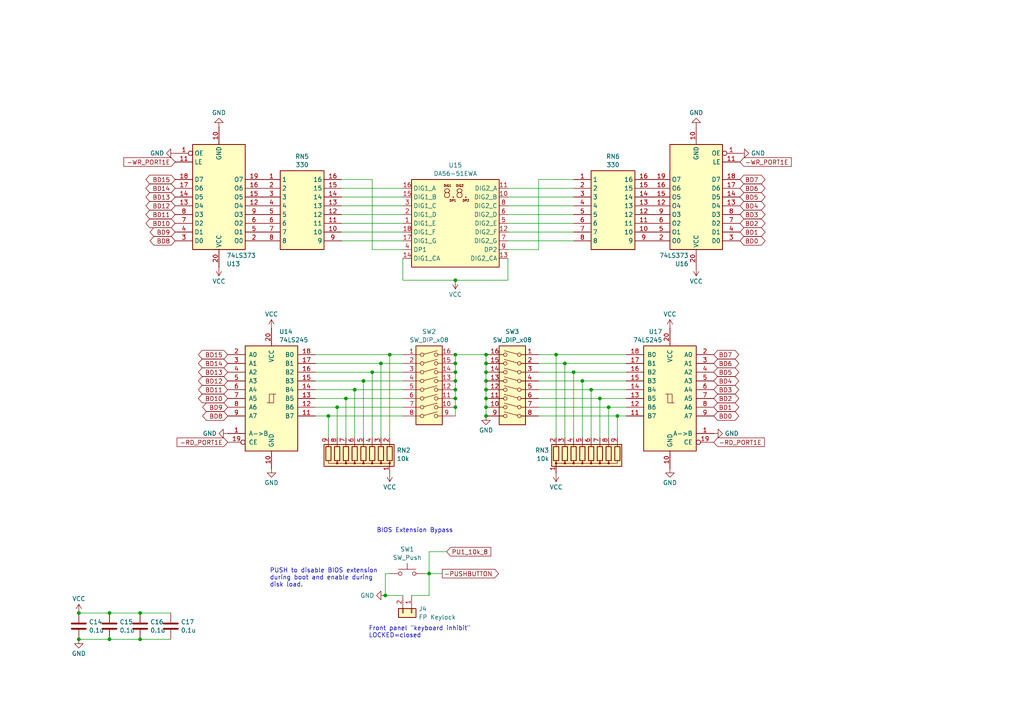
<source format=kicad_sch>
(kicad_sch (version 20231120) (generator "eeschema") (generator_version "8.0")
  (paper "A4")
  (title_block (title "386SX Embedded Expansion Card") (date "2024-07-26") (rev "1.0-001") (company "Circuit Cellar/Computer Applications Journal") (comment 1 "Redraw by Richard Cini 07/2024") (comment 2 "Original by Ed Nisley"))
  (lib_symbols
    (symbol "4116R-1-331LF:4116R-1-331LF"
      (property "Reference" "RN" (at 19.05 7.62 0))
      (property "Value" "4116R-1-331LF" (at 19.05 5.08 0))
      (symbol "4116R-1-331LF_1_1"
        (rectangle (start 5.08 2.54) (end 17.78 -20.32) (stroke (width 0.254)) (fill (type background)))
        (pin passive line (at 0 0 0) (length 5.08) (name "1") (number "1"))
        (pin passive line (at 22.86 -15.24 180) (length 5.08) (name "10") (number "10"))
        (pin passive line (at 22.86 -12.7 180) (length 5.08) (name "11") (number "11"))
        (pin passive line (at 22.86 -10.16 180) (length 5.08) (name "12") (number "12"))
        (pin passive line (at 22.86 -7.62 180) (length 5.08) (name "13") (number "13"))
        (pin passive line (at 22.86 -5.08 180) (length 5.08) (name "14") (number "14"))
        (pin passive line (at 22.86 -2.54 180) (length 5.08) (name "15") (number "15"))
        (pin passive line (at 22.86 0 180) (length 5.08) (name "16") (number "16"))
        (pin passive line (at 0 -2.54 0) (length 5.08) (name "2") (number "2"))
        (pin passive line (at 0 -5.08 0) (length 5.08) (name "3") (number "3"))
        (pin passive line (at 0 -7.62 0) (length 5.08) (name "4") (number "4"))
        (pin passive line (at 0 -10.16 0) (length 5.08) (name "5") (number "5"))
        (pin passive line (at 0 -12.7 0) (length 5.08) (name "6") (number "6"))
        (pin passive line (at 0 -15.24 0) (length 5.08) (name "7") (number "7"))
        (pin passive line (at 0 -17.78 0) (length 5.08) (name "8") (number "8"))
        (pin passive line (at 22.86 -17.78 180) (length 5.08) (name "9") (number "9"))
      )
    )
    (symbol "74xx:74LS245" (pin_names (offset 1.016))
      (property "Reference" "U" (at -7.62 16.51 0))
      (property "Value" "74LS245" (at -7.62 -16.51 0))
      (symbol "74LS245_1_0"
        (polyline (pts (xy -0.635 -1.27) (xy -0.635 1.27) (xy 0.635 1.27)))
        (polyline (pts (xy -1.27 -1.27) (xy 0.635 -1.27) (xy 0.635 1.27) (xy 1.27 1.27)))
        (pin input line (at -12.7 -10.16 0) (length 5.08) (name "A->B") (number "1"))
        (pin power_in line (at 0 -20.32 90) (length 5.08) (name "GND") (number "10"))
        (pin tri_state line (at 12.7 -5.08 180) (length 5.08) (name "B7") (number "11"))
        (pin tri_state line (at 12.7 -2.54 180) (length 5.08) (name "B6") (number "12"))
        (pin tri_state line (at 12.7 0 180) (length 5.08) (name "B5") (number "13"))
        (pin tri_state line (at 12.7 2.54 180) (length 5.08) (name "B4") (number "14"))
        (pin tri_state line (at 12.7 5.08 180) (length 5.08) (name "B3") (number "15"))
        (pin tri_state line (at 12.7 7.62 180) (length 5.08) (name "B2") (number "16"))
        (pin tri_state line (at 12.7 10.16 180) (length 5.08) (name "B1") (number "17"))
        (pin tri_state line (at 12.7 12.7 180) (length 5.08) (name "B0") (number "18"))
        (pin input inverted (at -12.7 -12.7 0) (length 5.08) (name "CE") (number "19"))
        (pin tri_state line (at -12.7 12.7 0) (length 5.08) (name "A0") (number "2"))
        (pin power_in line (at 0 20.32 270) (length 5.08) (name "VCC") (number "20"))
        (pin tri_state line (at -12.7 10.16 0) (length 5.08) (name "A1") (number "3"))
        (pin tri_state line (at -12.7 7.62 0) (length 5.08) (name "A2") (number "4"))
        (pin tri_state line (at -12.7 5.08 0) (length 5.08) (name "A3") (number "5"))
        (pin tri_state line (at -12.7 2.54 0) (length 5.08) (name "A4") (number "6"))
        (pin tri_state line (at -12.7 0 0) (length 5.08) (name "A5") (number "7"))
        (pin tri_state line (at -12.7 -2.54 0) (length 5.08) (name "A6") (number "8"))
        (pin tri_state line (at -12.7 -5.08 0) (length 5.08) (name "A7") (number "9"))
      )
      (symbol "74LS245_1_1"
        (rectangle (start -7.62 15.24) (end 7.62 -15.24) (stroke (width 0.254)) (fill (type background)))
      )
    )
    (symbol "74xx:74LS373"
      (property "Reference" "U" (at -7.62 16.51 0))
      (property "Value" "74LS373" (at -7.62 -16.51 0))
      (symbol "74LS373_1_0"
        (pin input inverted (at -12.7 -12.7 0) (length 5.08) (name "OE") (number "1"))
        (pin power_in line (at 0 -20.32 90) (length 5.08) (name "GND") (number "10"))
        (pin input line (at -12.7 -10.16 0) (length 5.08) (name "LE") (number "11"))
        (pin tri_state line (at 12.7 2.54 180) (length 5.08) (name "O4") (number "12"))
        (pin input line (at -12.7 2.54 0) (length 5.08) (name "D4") (number "13"))
        (pin input line (at -12.7 0 0) (length 5.08) (name "D5") (number "14"))
        (pin tri_state line (at 12.7 0 180) (length 5.08) (name "O5") (number "15"))
        (pin tri_state line (at 12.7 -2.54 180) (length 5.08) (name "O6") (number "16"))
        (pin input line (at -12.7 -2.54 0) (length 5.08) (name "D6") (number "17"))
        (pin input line (at -12.7 -5.08 0) (length 5.08) (name "D7") (number "18"))
        (pin tri_state line (at 12.7 -5.08 180) (length 5.08) (name "O7") (number "19"))
        (pin tri_state line (at 12.7 12.7 180) (length 5.08) (name "O0") (number "2"))
        (pin power_in line (at 0 20.32 270) (length 5.08) (name "VCC") (number "20"))
        (pin input line (at -12.7 12.7 0) (length 5.08) (name "D0") (number "3"))
        (pin input line (at -12.7 10.16 0) (length 5.08) (name "D1") (number "4"))
        (pin tri_state line (at 12.7 10.16 180) (length 5.08) (name "O1") (number "5"))
        (pin tri_state line (at 12.7 7.62 180) (length 5.08) (name "O2") (number "6"))
        (pin input line (at -12.7 7.62 0) (length 5.08) (name "D2") (number "7"))
        (pin input line (at -12.7 5.08 0) (length 5.08) (name "D3") (number "8"))
        (pin tri_state line (at 12.7 5.08 180) (length 5.08) (name "O3") (number "9"))
      )
      (symbol "74LS373_1_1"
        (rectangle (start -7.62 15.24) (end 7.62 -15.24) (stroke (width 0.254)) (fill (type background)))
      )
    )
    (symbol "Connector_Generic:Conn_01x02" (pin_names (offset 1.016) hide)
      (property "Reference" "J" (at 0 2.54 0))
      (property "Value" "Conn_01x02" (at 0 -5.08 0))
      (symbol "Conn_01x02_1_1"
        (rectangle (start -1.27 -2.413) (end 0 -2.667) (stroke (width 0.1524)))
        (rectangle (start -1.27 0.127) (end 0 -0.127) (stroke (width 0.1524)))
        (rectangle (start -1.27 1.27) (end 1.27 -3.81) (stroke (width 0.254)) (fill (type background)))
        (pin passive line (at -5.08 0 0) (length 3.81) (name "Pin_1") (number "1"))
        (pin passive line (at -5.08 -2.54 0) (length 3.81) (name "Pin_2") (number "2"))
      )
    )
    (symbol "Device:C" (pin_numbers hide) (pin_names (offset 0.254))
      (property "Reference" "C" (at 0.635 2.54 0))
      (property "Value" "C" (at 0.635 -2.54 0))
      (symbol "C_0_1"
        (polyline (pts (xy -2.032 -0.762) (xy 2.032 -0.762)) (stroke (width 0.508)))
        (polyline (pts (xy -2.032 0.762) (xy 2.032 0.762)) (stroke (width 0.508)))
      )
      (symbol "C_1_1"
        (pin passive line (at 0 3.81 270) (length 2.794) (name "~") (number "1"))
        (pin passive line (at 0 -3.81 90) (length 2.794) (name "~") (number "2"))
      )
    )
    (symbol "Device:R_Network08" (pin_names (offset 0) hide)
      (property "Reference" "RN" (at -12.7 0 90))
      (property "Value" "R_Network08" (at 10.16 0 90))
      (symbol "R_Network08_0_1"
        (rectangle (start -11.43 -3.175) (end 8.89 3.175) (stroke (width 0.254)) (fill (type background)))
        (rectangle (start -10.922 1.524) (end -9.398 -2.54) (stroke (width 0.254)))
        (circle (center -10.16 2.286) (radius 0.254) (fill (type outline)))
        (rectangle (start -8.382 1.524) (end -6.858 -2.54) (stroke (width 0.254)))
        (circle (center -7.62 2.286) (radius 0.254) (fill (type outline)))
        (rectangle (start -5.842 1.524) (end -4.318 -2.54) (stroke (width 0.254)))
        (circle (center -5.08 2.286) (radius 0.254) (fill (type outline)))
        (rectangle (start -3.302 1.524) (end -1.778 -2.54) (stroke (width 0.254)))
        (circle (center -2.54 2.286) (radius 0.254) (fill (type outline)))
        (rectangle (start -0.762 1.524) (end 0.762 -2.54) (stroke (width 0.254)))
        (polyline (pts (xy -10.16 -2.54) (xy -10.16 -3.81)))
        (polyline (pts (xy -7.62 -2.54) (xy -7.62 -3.81)))
        (polyline (pts (xy -5.08 -2.54) (xy -5.08 -3.81)))
        (polyline (pts (xy -2.54 -2.54) (xy -2.54 -3.81)))
        (polyline (pts (xy 0 -2.54) (xy 0 -3.81)))
        (polyline (pts (xy 2.54 -2.54) (xy 2.54 -3.81)))
        (polyline (pts (xy 5.08 -2.54) (xy 5.08 -3.81)))
        (polyline (pts (xy 7.62 -2.54) (xy 7.62 -3.81)))
        (polyline (pts (xy -10.16 1.524) (xy -10.16 2.286) (xy -7.62 2.286) (xy -7.62 1.524)))
        (polyline (pts (xy -7.62 1.524) (xy -7.62 2.286) (xy -5.08 2.286) (xy -5.08 1.524)))
        (polyline (pts (xy -5.08 1.524) (xy -5.08 2.286) (xy -2.54 2.286) (xy -2.54 1.524)))
        (polyline (pts (xy -2.54 1.524) (xy -2.54 2.286) (xy 0 2.286) (xy 0 1.524)))
        (polyline (pts (xy 0 1.524) (xy 0 2.286) (xy 2.54 2.286) (xy 2.54 1.524)))
        (polyline (pts (xy 2.54 1.524) (xy 2.54 2.286) (xy 5.08 2.286) (xy 5.08 1.524)))
        (polyline (pts (xy 5.08 1.524) (xy 5.08 2.286) (xy 7.62 2.286) (xy 7.62 1.524)))
        (circle (center 0 2.286) (radius 0.254) (fill (type outline)))
        (rectangle (start 1.778 1.524) (end 3.302 -2.54) (stroke (width 0.254)))
        (circle (center 2.54 2.286) (radius 0.254) (fill (type outline)))
        (rectangle (start 4.318 1.524) (end 5.842 -2.54) (stroke (width 0.254)))
        (circle (center 5.08 2.286) (radius 0.254) (fill (type outline)))
        (rectangle (start 6.858 1.524) (end 8.382 -2.54) (stroke (width 0.254)))
      )
      (symbol "R_Network08_1_1"
        (pin passive line (at -10.16 5.08 270) (length 2.54) (name "common") (number "1"))
        (pin passive line (at -10.16 -5.08 90) (length 1.27) (name "R1") (number "2"))
        (pin passive line (at -7.62 -5.08 90) (length 1.27) (name "R2") (number "3"))
        (pin passive line (at -5.08 -5.08 90) (length 1.27) (name "R3") (number "4"))
        (pin passive line (at -2.54 -5.08 90) (length 1.27) (name "R4") (number "5"))
        (pin passive line (at 0 -5.08 90) (length 1.27) (name "R5") (number "6"))
        (pin passive line (at 2.54 -5.08 90) (length 1.27) (name "R6") (number "7"))
        (pin passive line (at 5.08 -5.08 90) (length 1.27) (name "R7") (number "8"))
        (pin passive line (at 7.62 -5.08 90) (length 1.27) (name "R8") (number "9"))
      )
    )
    (symbol "Display_Character:DA56-11EWA"
      (property "Reference" "U" (at -11.43 13.97 0))
      (property "Value" "DA56-11EWA" (at 12.7 13.97 0))
      (symbol "DA56-11EWA_0_0"
        (text "8.8." (at 0 8.636 0) (effects (font (size 2.54 2.54))))
        (text "DIG1" (at -2.286 10.922 0) (effects (font (size 0.635 0.635))))
        (text "DIG2" (at 1.27 10.922 0) (effects (font (size 0.635 0.635))))
        (text "DP1" (at -0.762 6.604 0) (effects (font (size 0.635 0.635))))
        (text "DP2" (at 3.048 6.604 0) (effects (font (size 0.635 0.635))))
      )
      (symbol "DA56-11EWA_0_1"
        (rectangle (start -12.7 12.7) (end 12.7 -12.7) (stroke (width 0.254)) (fill (type background)))
      )
      (symbol "DA56-11EWA_1_1"
        (pin input line (at -15.24 0 0) (length 2.54) (name "DIG1_E") (number "1"))
        (pin input line (at 15.24 7.62 180) (length 2.54) (name "DIG2_B") (number "10"))
        (pin input line (at 15.24 10.16 180) (length 2.54) (name "DIG2_A") (number "11"))
        (pin input line (at 15.24 -2.54 180) (length 2.54) (name "DIG2_F") (number "12"))
        (pin input line (at 15.24 -10.16 180) (length 2.54) (name "DIG2_CA") (number "13"))
        (pin input line (at -15.24 -10.16 0) (length 2.54) (name "DIG1_CA") (number "14"))
        (pin input line (at -15.24 7.62 0) (length 2.54) (name "DIG1_B") (number "15"))
        (pin input line (at -15.24 10.16 0) (length 2.54) (name "DIG1_A") (number "16"))
        (pin input line (at -15.24 -5.08 0) (length 2.54) (name "DIG1_G") (number "17"))
        (pin input line (at -15.24 -2.54 0) (length 2.54) (name "DIG1_F") (number "18"))
        (pin input line (at -15.24 2.54 0) (length 2.54) (name "DIG1_D") (number "2"))
        (pin input line (at -15.24 5.08 0) (length 2.54) (name "DIG1_C") (number "3"))
        (pin input line (at -15.24 -7.62 0) (length 2.54) (name "DP1") (number "4"))
        (pin input line (at 15.24 0 180) (length 2.54) (name "DIG2_E") (number "5"))
        (pin input line (at 15.24 2.54 180) (length 2.54) (name "DIG2_D") (number "6"))
        (pin input line (at 15.24 -5.08 180) (length 2.54) (name "DIG2_G") (number "7"))
        (pin input line (at 15.24 5.08 180) (length 2.54) (name "DIG2_C") (number "8"))
        (pin input line (at 15.24 -7.62 180) (length 2.54) (name "DP2") (number "9"))
      )
    )
    (symbol "Switch:SW_DIP_x08" (pin_names (offset 0) hide)
      (property "Reference" "SW" (at 0 13.97 0))
      (property "Value" "SW_DIP_x08" (at 0 -11.43 0))
      (symbol "SW_DIP_x08_0_0"
        (circle (center -2.032 -7.62) (radius 0.508))
        (circle (center -2.032 -5.08) (radius 0.508))
        (circle (center -2.032 -2.54) (radius 0.508))
        (circle (center -2.032 0) (radius 0.508))
        (circle (center -2.032 2.54) (radius 0.508))
        (circle (center -2.032 5.08) (radius 0.508))
        (circle (center -2.032 7.62) (radius 0.508))
        (circle (center -2.032 10.16) (radius 0.508))
        (polyline (pts (xy -1.524 -7.4676) (xy 2.3622 -6.4262)))
        (polyline (pts (xy -1.524 -4.9276) (xy 2.3622 -3.8862)))
        (polyline (pts (xy -1.524 -2.3876) (xy 2.3622 -1.3462)))
        (polyline (pts (xy -1.524 0.127) (xy 2.3622 1.1684)))
        (polyline (pts (xy -1.524 2.667) (xy 2.3622 3.7084)))
        (polyline (pts (xy -1.524 5.207) (xy 2.3622 6.2484)))
        (polyline (pts (xy -1.524 7.747) (xy 2.3622 8.7884)))
        (polyline (pts (xy -1.524 10.287) (xy 2.3622 11.3284)))
        (circle (center 2.032 -7.62) (radius 0.508))
        (circle (center 2.032 -5.08) (radius 0.508))
        (circle (center 2.032 -2.54) (radius 0.508))
        (circle (center 2.032 0) (radius 0.508))
        (circle (center 2.032 2.54) (radius 0.508))
        (circle (center 2.032 5.08) (radius 0.508))
        (circle (center 2.032 7.62) (radius 0.508))
        (circle (center 2.032 10.16) (radius 0.508))
      )
      (symbol "SW_DIP_x08_0_1"
        (rectangle (start -3.81 12.7) (end 3.81 -10.16) (stroke (width 0.254)) (fill (type background)))
      )
      (symbol "SW_DIP_x08_1_1"
        (pin passive line (at -7.62 10.16 0) (length 5.08) (name "~") (number "1"))
        (pin passive line (at 7.62 -5.08 180) (length 5.08) (name "~") (number "10"))
        (pin passive line (at 7.62 -2.54 180) (length 5.08) (name "~") (number "11"))
        (pin passive line (at 7.62 0 180) (length 5.08) (name "~") (number "12"))
        (pin passive line (at 7.62 2.54 180) (length 5.08) (name "~") (number "13"))
        (pin passive line (at 7.62 5.08 180) (length 5.08) (name "~") (number "14"))
        (pin passive line (at 7.62 7.62 180) (length 5.08) (name "~") (number "15"))
        (pin passive line (at 7.62 10.16 180) (length 5.08) (name "~") (number "16"))
        (pin passive line (at -7.62 7.62 0) (length 5.08) (name "~") (number "2"))
        (pin passive line (at -7.62 5.08 0) (length 5.08) (name "~") (number "3"))
        (pin passive line (at -7.62 2.54 0) (length 5.08) (name "~") (number "4"))
        (pin passive line (at -7.62 0 0) (length 5.08) (name "~") (number "5"))
        (pin passive line (at -7.62 -2.54 0) (length 5.08) (name "~") (number "6"))
        (pin passive line (at -7.62 -5.08 0) (length 5.08) (name "~") (number "7"))
        (pin passive line (at -7.62 -7.62 0) (length 5.08) (name "~") (number "8"))
        (pin passive line (at 7.62 -7.62 180) (length 5.08) (name "~") (number "9"))
      )
    )
    (symbol "Switch:SW_Push" (pin_numbers hide) (pin_names (offset 1.016) hide)
      (property "Reference" "SW" (at 1.27 2.54 0))
      (property "Value" "SW_Push" (at 0 -1.524 0))
      (symbol "SW_Push_0_1"
        (circle (center -2.032 0) (radius 0.508))
        (polyline (pts (xy 0 1.27) (xy 0 3.048)))
        (polyline (pts (xy 2.54 1.27) (xy -2.54 1.27)))
        (circle (center 2.032 0) (radius 0.508))
        (pin passive line (at -5.08 0 0) (length 2.54) (name "1") (number "1"))
        (pin passive line (at 5.08 0 180) (length 2.54) (name "2") (number "2"))
      )
    )
    (symbol "power:GND" (power) (pin_numbers hide) (pin_names (offset 0) hide)
      (property "Value" "GND" (at 0 -3.81 0))
      (symbol "GND_0_1"
        (polyline (pts (xy 0 0) (xy 0 -1.27) (xy 1.27 -1.27) (xy 0 -2.54) (xy -1.27 -1.27) (xy 0 -1.27)))
      )
      (symbol "GND_1_1"
        (pin power_in line (at 0 0 270) (length 0) (name "~") (number "1"))
      )
    )
    (symbol "power:VCC" (power) (pin_numbers hide) (pin_names (offset 0) hide)
      (property "Value" "VCC" (at 0 3.556 0))
      (symbol "VCC_0_1"
        (polyline (pts (xy -0.762 1.27) (xy 0 2.54)))
        (polyline (pts (xy 0 0) (xy 0 2.54)))
        (polyline (pts (xy 0 2.54) (xy 0.762 1.27)))
      )
      (symbol "VCC_1_1"
        (pin power_in line (at 0 0 90) (length 0) (name "~") (number "1"))
      )
    )
  )
  (junction (at 140.97 105.41))
  (junction (at 132.08 110.49))
  (junction (at 132.08 81.28))
  (junction (at 113.03 102.87))
  (junction (at 168.91 110.49))
  (junction (at 163.83 105.41))
  (junction (at 40.64 185.42))
  (junction (at 110.49 105.41))
  (junction (at 173.99 115.57))
  (junction (at 140.97 118.11))
  (junction (at 171.45 113.03))
  (junction (at 22.86 177.8))
  (junction (at 132.08 113.03))
  (junction (at 105.41 110.49))
  (junction (at 97.79 118.11))
  (junction (at 179.07 120.65))
  (junction (at 161.29 102.87))
  (junction (at 140.97 107.95))
  (junction (at 132.08 102.87))
  (junction (at 132.08 118.11))
  (junction (at 22.86 185.42))
  (junction (at 166.37 107.95))
  (junction (at 111.76 172.72))
  (junction (at 107.95 107.95))
  (junction (at 31.75 185.42))
  (junction (at 31.75 177.8))
  (junction (at 176.53 118.11))
  (junction (at 140.97 115.57))
  (junction (at 132.08 105.41))
  (junction (at 140.97 110.49))
  (junction (at 40.64 177.8))
  (junction (at 132.08 107.95))
  (junction (at 124.46 166.37))
  (junction (at 140.97 102.87))
  (junction (at 140.97 113.03))
  (junction (at 100.33 115.57))
  (junction (at 132.08 115.57))
  (junction (at 95.25 120.65))
  (junction (at 140.97 120.65))
  (junction (at 102.87 113.03))
  (wire (pts (xy 173.99 115.57) (xy 181.61 115.57)))
  (wire (pts (xy 99.06 64.77) (xy 116.84 64.77)))
  (wire (pts (xy 95.25 120.65) (xy 116.84 120.65)))
  (wire (pts (xy 156.21 105.41) (xy 163.83 105.41)))
  (wire (pts (xy 132.08 110.49) (xy 132.08 107.95)))
  (wire (pts (xy 111.76 172.72) (xy 111.76 166.37)))
  (wire (pts (xy 113.03 102.87) (xy 116.84 102.87)))
  (wire (pts (xy 147.32 69.85) (xy 166.37 69.85)))
  (wire (pts (xy 166.37 107.95) (xy 181.61 107.95)))
  (wire (pts (xy 147.32 59.69) (xy 166.37 59.69)))
  (wire (pts (xy 119.38 172.72) (xy 124.46 172.72)))
  (wire (pts (xy 110.49 105.41) (xy 116.84 105.41)))
  (wire (pts (xy 147.32 54.61) (xy 166.37 54.61)))
  (wire (pts (xy 132.08 102.87) (xy 140.97 102.87)))
  (wire (pts (xy 116.84 74.93) (xy 116.84 81.28)))
  (wire (pts (xy 179.07 120.65) (xy 179.07 127)))
  (wire (pts (xy 91.44 115.57) (xy 100.33 115.57)))
  (wire (pts (xy 99.06 62.23) (xy 116.84 62.23)))
  (wire (pts (xy 107.95 107.95) (xy 116.84 107.95)))
  (wire (pts (xy 123.19 166.37) (xy 124.46 166.37)))
  (wire (pts (xy 99.06 69.85) (xy 116.84 69.85)))
  (wire (pts (xy 140.97 107.95) (xy 140.97 110.49)))
  (wire (pts (xy 156.21 72.39) (xy 147.32 72.39)))
  (wire (pts (xy 166.37 107.95) (xy 166.37 127)))
  (wire (pts (xy 156.21 110.49) (xy 168.91 110.49)))
  (wire (pts (xy 99.06 67.31) (xy 116.84 67.31)))
  (wire (pts (xy 156.21 107.95) (xy 166.37 107.95)))
  (wire (pts (xy 91.44 118.11) (xy 97.79 118.11)))
  (wire (pts (xy 140.97 102.87) (xy 140.97 105.41)))
  (wire (pts (xy 147.32 67.31) (xy 166.37 67.31)))
  (wire (pts (xy 132.08 118.11) (xy 132.08 115.57)))
  (wire (pts (xy 168.91 110.49) (xy 168.91 127)))
  (wire (pts (xy 31.75 177.8) (xy 40.64 177.8)))
  (wire (pts (xy 22.86 185.42) (xy 31.75 185.42)))
  (wire (pts (xy 173.99 115.57) (xy 173.99 127)))
  (wire (pts (xy 91.44 107.95) (xy 107.95 107.95)))
  (wire (pts (xy 124.46 166.37) (xy 128.27 166.37)))
  (wire (pts (xy 97.79 118.11) (xy 116.84 118.11)))
  (wire (pts (xy 156.21 120.65) (xy 179.07 120.65)))
  (wire (pts (xy 132.08 113.03) (xy 132.08 110.49)))
  (wire (pts (xy 161.29 102.87) (xy 181.61 102.87)))
  (wire (pts (xy 91.44 120.65) (xy 95.25 120.65)))
  (wire (pts (xy 147.32 57.15) (xy 166.37 57.15)))
  (wire (pts (xy 116.84 172.72) (xy 111.76 172.72)))
  (wire (pts (xy 140.97 115.57) (xy 140.97 118.11)))
  (wire (pts (xy 171.45 113.03) (xy 181.61 113.03)))
  (wire (pts (xy 163.83 105.41) (xy 181.61 105.41)))
  (wire (pts (xy 107.95 107.95) (xy 107.95 127)))
  (wire (pts (xy 163.83 105.41) (xy 163.83 127)))
  (wire (pts (xy 140.97 110.49) (xy 140.97 113.03)))
  (wire (pts (xy 124.46 172.72) (xy 124.46 166.37)))
  (wire (pts (xy 132.08 81.28) (xy 147.32 81.28)))
  (wire (pts (xy 140.97 118.11) (xy 140.97 120.65)))
  (wire (pts (xy 161.29 102.87) (xy 161.29 127)))
  (wire (pts (xy 132.08 120.65) (xy 132.08 118.11)))
  (wire (pts (xy 176.53 118.11) (xy 176.53 127)))
  (wire (pts (xy 156.21 115.57) (xy 173.99 115.57)))
  (wire (pts (xy 110.49 105.41) (xy 110.49 127)))
  (wire (pts (xy 40.64 185.42) (xy 49.53 185.42)))
  (wire (pts (xy 107.95 72.39) (xy 116.84 72.39)))
  (wire (pts (xy 91.44 113.03) (xy 102.87 113.03)))
  (wire (pts (xy 156.21 118.11) (xy 176.53 118.11)))
  (wire (pts (xy 99.06 57.15) (xy 116.84 57.15)))
  (wire (pts (xy 91.44 102.87) (xy 113.03 102.87)))
  (wire (pts (xy 102.87 113.03) (xy 102.87 127)))
  (wire (pts (xy 132.08 105.41) (xy 132.08 102.87)))
  (wire (pts (xy 40.64 177.8) (xy 49.53 177.8)))
  (wire (pts (xy 22.86 177.8) (xy 31.75 177.8)))
  (wire (pts (xy 107.95 52.07) (xy 107.95 72.39)))
  (wire (pts (xy 147.32 62.23) (xy 166.37 62.23)))
  (wire (pts (xy 99.06 52.07) (xy 107.95 52.07)))
  (wire (pts (xy 176.53 118.11) (xy 181.61 118.11)))
  (wire (pts (xy 179.07 120.65) (xy 181.61 120.65)))
  (wire (pts (xy 91.44 105.41) (xy 110.49 105.41)))
  (wire (pts (xy 99.06 54.61) (xy 116.84 54.61)))
  (wire (pts (xy 99.06 59.69) (xy 116.84 59.69)))
  (wire (pts (xy 124.46 160.02) (xy 124.46 166.37)))
  (wire (pts (xy 132.08 115.57) (xy 132.08 113.03)))
  (wire (pts (xy 168.91 110.49) (xy 181.61 110.49)))
  (wire (pts (xy 102.87 113.03) (xy 116.84 113.03)))
  (wire (pts (xy 95.25 120.65) (xy 95.25 127)))
  (wire (pts (xy 100.33 115.57) (xy 116.84 115.57)))
  (wire (pts (xy 147.32 81.28) (xy 147.32 74.93)))
  (wire (pts (xy 100.33 115.57) (xy 100.33 127)))
  (wire (pts (xy 31.75 185.42) (xy 40.64 185.42)))
  (wire (pts (xy 140.97 105.41) (xy 140.97 107.95)))
  (wire (pts (xy 105.41 110.49) (xy 116.84 110.49)))
  (wire (pts (xy 111.76 166.37) (xy 113.03 166.37)))
  (wire (pts (xy 105.41 110.49) (xy 105.41 127)))
  (wire (pts (xy 171.45 113.03) (xy 171.45 127)))
  (wire (pts (xy 132.08 107.95) (xy 132.08 105.41)))
  (wire (pts (xy 147.32 64.77) (xy 166.37 64.77)))
  (wire (pts (xy 156.21 113.03) (xy 171.45 113.03)))
  (wire (pts (xy 156.21 102.87) (xy 161.29 102.87)))
  (wire (pts (xy 113.03 102.87) (xy 113.03 127)))
  (wire (pts (xy 129.54 160.02) (xy 124.46 160.02)))
  (wire (pts (xy 166.37 52.07) (xy 156.21 52.07)))
  (wire (pts (xy 91.44 110.49) (xy 105.41 110.49)))
  (wire (pts (xy 140.97 113.03) (xy 140.97 115.57)))
  (wire (pts (xy 97.79 118.11) (xy 97.79 127)))
  (wire (pts (xy 156.21 52.07) (xy 156.21 72.39)))
  (wire (pts (xy 116.84 81.28) (xy 132.08 81.28)))
  (text "BIOS Extension Bypass" (at 109.22 153.924 0) (effects (font (size 1.27 1.27)) (justify left)))
  (text "PUSH to disable BIOS extension\nduring boot and enable during\ndisk load." (at 78.232 167.64 0) (effects (font (size 1.27 1.27)) (justify left)))
  (text "Front panel \"keyboard inhibit\"\nLOCKED=closed" (at 106.934 183.388 0) (effects (font (size 1.27 1.27)) (justify left)))
  (global_label "BD9" (shape bidirectional) (at 50.8 67.31 180) (property "Intersheetrefs" "${INTERSHEET_REFS}" (at 42.954 67.31 0) (effects (justify right))))
  (global_label "BD7" (shape bidirectional) (at 207.01 102.87 0) (property "Intersheetrefs" "${INTERSHEET_REFS}" (at 214.856 102.87 0) (effects (justify left))))
  (global_label "-PUSHBUTTON" (shape output) (at 128.27 166.37 0) (property "Intersheetrefs" "${INTERSHEET_REFS}" (at 145.1648 166.37 0) (effects (justify left))))
  (global_label "BD2" (shape bidirectional) (at 214.63 64.77 0) (property "Intersheetrefs" "${INTERSHEET_REFS}" (at 222.476 64.77 0) (effects (justify left))))
  (global_label "BD15" (shape bidirectional) (at 50.8 52.07 180) (property "Intersheetrefs" "${INTERSHEET_REFS}" (at 41.7445 52.07 0) (effects (justify right))))
  (global_label "BD0" (shape bidirectional) (at 214.63 69.85 0) (property "Intersheetrefs" "${INTERSHEET_REFS}" (at 222.476 69.85 0) (effects (justify left))))
  (global_label "BD12" (shape bidirectional) (at 66.04 110.49 180) (property "Intersheetrefs" "${INTERSHEET_REFS}" (at 56.9845 110.49 0) (effects (justify right))))
  (global_label "BD8" (shape bidirectional) (at 50.8 69.85 180) (property "Intersheetrefs" "${INTERSHEET_REFS}" (at 42.954 69.85 0) (effects (justify right))))
  (global_label "BD1" (shape bidirectional) (at 207.01 118.11 0) (property "Intersheetrefs" "${INTERSHEET_REFS}" (at 214.856 118.11 0) (effects (justify left))))
  (global_label "BD10" (shape bidirectional) (at 66.04 115.57 180) (property "Intersheetrefs" "${INTERSHEET_REFS}" (at 56.9845 115.57 0) (effects (justify right))))
  (global_label "BD14" (shape bidirectional) (at 50.8 54.61 180) (property "Intersheetrefs" "${INTERSHEET_REFS}" (at 41.7445 54.61 0) (effects (justify right))))
  (global_label "BD9" (shape bidirectional) (at 66.04 118.11 180) (property "Intersheetrefs" "${INTERSHEET_REFS}" (at 58.194 118.11 0) (effects (justify right))))
  (global_label "BD5" (shape bidirectional) (at 214.63 57.15 0) (property "Intersheetrefs" "${INTERSHEET_REFS}" (at 222.476 57.15 0) (effects (justify left))))
  (global_label "BD0" (shape bidirectional) (at 207.01 120.65 0) (property "Intersheetrefs" "${INTERSHEET_REFS}" (at 214.856 120.65 0) (effects (justify left))))
  (global_label "BD12" (shape bidirectional) (at 50.8 59.69 180) (property "Intersheetrefs" "${INTERSHEET_REFS}" (at 41.7445 59.69 0) (effects (justify right))))
  (global_label "BD14" (shape bidirectional) (at 66.04 105.41 180) (property "Intersheetrefs" "${INTERSHEET_REFS}" (at 56.9845 105.41 0) (effects (justify right))))
  (global_label "BD1" (shape bidirectional) (at 214.63 67.31 0) (property "Intersheetrefs" "${INTERSHEET_REFS}" (at 222.476 67.31 0) (effects (justify left))))
  (global_label "BD7" (shape bidirectional) (at 214.63 52.07 0) (property "Intersheetrefs" "${INTERSHEET_REFS}" (at 222.476 52.07 0) (effects (justify left))))
  (global_label "BD11" (shape bidirectional) (at 66.04 113.03 180) (property "Intersheetrefs" "${INTERSHEET_REFS}" (at 56.9845 113.03 0) (effects (justify right))))
  (global_label "PU1_10k_8" (shape input) (at 129.54 160.02 0) (property "Intersheetrefs" "${INTERSHEET_REFS}" (at 142.927 160.02 0) (effects (justify left))))
  (global_label "BD3" (shape bidirectional) (at 207.01 113.03 0) (property "Intersheetrefs" "${INTERSHEET_REFS}" (at 214.856 113.03 0) (effects (justify left))))
  (global_label "BD10" (shape bidirectional) (at 50.8 64.77 180) (property "Intersheetrefs" "${INTERSHEET_REFS}" (at 41.7445 64.77 0) (effects (justify right))))
  (global_label "-WR_PORT1E" (shape input) (at 214.63 46.99 0) (property "Intersheetrefs" "${INTERSHEET_REFS}" (at 230.0732 46.99 0) (effects (justify left))))
  (global_label "BD3" (shape bidirectional) (at 214.63 62.23 0) (property "Intersheetrefs" "${INTERSHEET_REFS}" (at 222.476 62.23 0) (effects (justify left))))
  (global_label "BD8" (shape bidirectional) (at 66.04 120.65 180) (property "Intersheetrefs" "${INTERSHEET_REFS}" (at 58.194 120.65 0) (effects (justify right))))
  (global_label "-RD_PORT1E" (shape input) (at 207.01 128.27 0) (property "Intersheetrefs" "${INTERSHEET_REFS}" (at 222.2718 128.27 0) (effects (justify left))))
  (global_label "-RD_PORT1E" (shape input) (at 66.04 128.27 180) (property "Intersheetrefs" "${INTERSHEET_REFS}" (at 50.7782 128.27 0) (effects (justify right))))
  (global_label "BD13" (shape bidirectional) (at 66.04 107.95 180) (property "Intersheetrefs" "${INTERSHEET_REFS}" (at 56.9845 107.95 0) (effects (justify right))))
  (global_label "BD4" (shape bidirectional) (at 214.63 59.69 0) (property "Intersheetrefs" "${INTERSHEET_REFS}" (at 222.476 59.69 0) (effects (justify left))))
  (global_label "BD4" (shape bidirectional) (at 207.01 110.49 0) (property "Intersheetrefs" "${INTERSHEET_REFS}" (at 214.856 110.49 0) (effects (justify left))))
  (global_label "BD2" (shape bidirectional) (at 207.01 115.57 0) (property "Intersheetrefs" "${INTERSHEET_REFS}" (at 214.856 115.57 0) (effects (justify left))))
  (global_label "-WR_PORT1E" (shape input) (at 50.8 46.99 180) (property "Intersheetrefs" "${INTERSHEET_REFS}" (at 35.3568 46.99 0) (effects (justify right))))
  (global_label "BD6" (shape bidirectional) (at 207.01 105.41 0) (property "Intersheetrefs" "${INTERSHEET_REFS}" (at 214.856 105.41 0) (effects (justify left))))
  (global_label "BD5" (shape bidirectional) (at 207.01 107.95 0) (property "Intersheetrefs" "${INTERSHEET_REFS}" (at 214.856 107.95 0) (effects (justify left))))
  (global_label "BD15" (shape bidirectional) (at 66.04 102.87 180) (property "Intersheetrefs" "${INTERSHEET_REFS}" (at 56.9845 102.87 0) (effects (justify right))))
  (global_label "BD13" (shape bidirectional) (at 50.8 57.15 180) (property "Intersheetrefs" "${INTERSHEET_REFS}" (at 41.7445 57.15 0) (effects (justify right))))
  (global_label "BD6" (shape bidirectional) (at 214.63 54.61 0) (property "Intersheetrefs" "${INTERSHEET_REFS}" (at 222.476 54.61 0) (effects (justify left))))
  (global_label "BD11" (shape bidirectional) (at 50.8 62.23 180) (property "Intersheetrefs" "${INTERSHEET_REFS}" (at 41.7445 62.23 0) (effects (justify right))))
  (symbol (lib_id "power:GND") (at 50.8 44.45 270) (unit 1)
    (property "Reference" "#PWR053" (effects (hide yes)))
    (property "Value" "GND" (at 47.6251 44.45 90) (effects (justify right)))
    (property "Description" "Power symbol creates a global label with name \"GND\" , ground" (effects (hide yes)))
  )
  (symbol (lib_id "power:GND") (at 63.5 36.83 0) (mirror x) (unit 1)
    (property "Reference" "#PWR055" (effects (hide yes)))
    (property "Value" "GND" (at 63.5 32.6969 0))
    (property "Description" "Power symbol creates a global label with name \"GND\" , ground" (effects (hide yes)))
  )
  (symbol (lib_id "Device:C") (at 22.86 181.61 0) (unit 1)
    (property "Reference" "C14" (at 25.781 180.3979 0) (effects (justify left)))
    (property "Value" "0.1u" (at 25.781 182.8221 0) (effects (justify left)))
    (property "Footprint" "Capacitor_THT:C_Disc_D4.3mm_W1.9mm_P5.00mm" (effects (hide yes)))
  )
  (symbol (lib_id "Switch:SW_DIP_x08") (at 148.59 113.03 0) (mirror y) (unit 1)
    (property "Reference" "SW3" (at 148.59 96.1855 0))
    (property "Value" "SW_DIP_x08" (at 148.59 98.6098 0))
    (property "Footprint" "Package_DIP:DIP-16_W7.62mm_Socket" (effects (hide yes)))
    (property "Description" "8x DIP Switch, Single Pole Single Throw (SPST) switch, small symbol" (effects (hide yes)))
  )
  (symbol (lib_id "74xx:74LS373") (at 201.93 57.15 180) (unit 1)
    (property "Reference" "U16" (at 199.7359 76.5345 0) (effects (justify left)))
    (property "Value" "74LS373" (at 199.7359 74.1102 0) (effects (justify left)))
    (property "Footprint" "Package_DIP:DIP-20_W7.62mm_Socket" (effects (hide yes)))
    (property "Datasheet" "http://www.ti.com/lit/gpn/sn74LS373" (effects (hide yes)))
    (property "Description" "8-bit Latch, 3-state outputs" (effects (hide yes)))
  )
  (symbol (lib_id "power:VCC") (at 194.31 95.25 0) (mirror y) (unit 1)
    (property "Reference" "#PWR066" (effects (hide yes)))
    (property "Value" "VCC" (at 194.31 91.1169 0))
    (property "Description" "Power symbol creates a global label with name \"VCC\"" (effects (hide yes)))
  )
  (symbol (lib_id "power:GND") (at 207.01 125.73 90) (mirror x) (unit 1)
    (property "Reference" "#PWR069" (effects (hide yes)))
    (property "Value" "GND" (at 210.185 125.73 90) (effects (justify right)))
    (property "Description" "Power symbol creates a global label with name \"GND\" , ground" (effects (hide yes)))
  )
  (symbol (lib_id "74xx:74LS245") (at 78.74 115.57 0) (unit 1)
    (property "Reference" "U14" (at 80.9341 96.1855 0) (effects (justify left)))
    (property "Value" "74LS245" (at 80.9341 98.6098 0) (effects (justify left)))
    (property "Footprint" "Package_DIP:DIP-20_W7.62mm_Socket" (effects (hide yes)))
    (property "Datasheet" "http://www.ti.com/lit/gpn/sn74LS245" (effects (hide yes)))
    (property "Description" "Octal BUS Transceivers, 3-State outputs" (effects (hide yes)))
  )
  (symbol (lib_id "Connector_Generic:Conn_01x02") (at 119.38 177.8 270) (unit 1)
    (property "Reference" "J4" (at 121.412 176.5878 90) (effects (justify left)))
    (property "Value" "FP Keylock" (at 121.412 179.0121 90) (effects (justify left)))
    (property "Footprint" "Connector_PinHeader_2.54mm:PinHeader_1x02_P2.54mm_Vertical" (effects (hide yes)))
    (property "Description" "Generic connector, single row, 01x02, script generated (kicad-library-utils/schlib/autogen/connector/)" (effects (hide yes)))
  )
  (symbol (lib_id "Device:R_Network08") (at 102.87 132.08 180) (unit 1)
    (property "Reference" "RN2" (at 115.062 130.6138 0) (effects (justify right)))
    (property "Value" "10k" (at 115.062 133.0381 0) (effects (justify right)))
    (property "Footprint" "Resistor_THT:R_Array_SIP9" (effects (hide yes)))
    (property "Datasheet" "http://www.vishay.com/docs/31509/csc.pdf" (effects (hide yes)))
    (property "Description" "8 resistor network, star topology, bussed resistors, small symbol" (effects (hide yes)))
  )
  (symbol (lib_id "Display_Character:DA56-11EWA") (at 132.08 64.77 0) (unit 1)
    (property "Reference" "U15" (at 132.08 47.9255 0))
    (property "Value" "DA56-51EWA" (at 132.08 50.3498 0))
    (property "Footprint" "Display_7Segment:DA56-11SURKWA" (effects (hide yes)))
    (property "Datasheet" "http://www.kingbrightusa.com/images/catalog/SPEC/DA56-11EWA.pdf" (effects (hide yes)))
    (property "Description" "Double digit 7 segment high efficient red LED common anode" (effects (hide yes)))
  )
  (symbol (lib_id "74xx:74LS373") (at 63.5 57.15 0) (mirror x) (unit 1)
    (property "Reference" "U13" (at 65.6941 76.5345 0) (effects (justify left)))
    (property "Value" "74LS373" (at 65.6941 74.1102 0) (effects (justify left)))
    (property "Footprint" "Package_DIP:DIP-20_W7.62mm_Socket" (effects (hide yes)))
    (property "Datasheet" "http://www.ti.com/lit/gpn/sn74LS373" (effects (hide yes)))
    (property "Description" "8-bit Latch, 3-state outputs" (effects (hide yes)))
  )
  (symbol (lib_id "power:VCC") (at 78.74 95.25 0) (unit 1)
    (property "Reference" "#PWR057" (effects (hide yes)))
    (property "Value" "VCC" (at 78.74 91.1169 0))
    (property "Description" "Power symbol creates a global label with name \"VCC\"" (effects (hide yes)))
  )
  (symbol (lib_id "Device:C") (at 40.64 181.61 0) (unit 1)
    (property "Reference" "C16" (at 43.561 180.3979 0) (effects (justify left)))
    (property "Value" "0.1u" (at 43.561 182.8221 0) (effects (justify left)))
    (property "Footprint" "Capacitor_THT:C_Disc_D4.3mm_W1.9mm_P5.00mm" (effects (hide yes)))
  )
  (symbol (lib_id "4116R-1-331LF:4116R-1-331LF") (at 166.37 52.07 0) (unit 1)
    (property "Reference" "RN6" (at 177.8 45.3855 0))
    (property "Value" "330" (at 177.8 47.8098 0))
    (property "Footprint" "Package_DIP:DIP-16_W7.62mm_Socket" (effects (hide yes)))
    (property "Datasheet" "https://componentsearchengine.com/Datasheets/2/4116R-1-331LF.pdf" (effects (hide yes)))
    (property "Description" "8-isolated  film resistor,330R,0.25W,2% Bourns Isolated Resistor Array 330 +/-2% 8 Resistors, 2.25W Total, DIP package 4100R Through Hole" (effects (hide yes)))
    (property "Height" "4.69" (effects (hide yes)))
    (property "Mouser Part Number" "652-4116R-1LF-330" (effects (hide yes)))
    (property "Mouser Price/Stock" "https://www.mouser.co.uk/ProductDetail/Bourns/4116R-1-331LF?qs=RfZoDPslYDT1bzDPNDWihQ%3D%3D" (effects (hide yes)))
    (property "Manufacturer_Name" "Bourns" (effects (hide yes)))
    (property "Manufacturer_Part_Number" "4116R-1-331LF" (effects (hide yes)))
  )
  (symbol (lib_id "power:VCC") (at 113.03 137.16 180) (unit 1)
    (property "Reference" "#PWR060" (effects (hide yes)))
    (property "Value" "VCC" (at 113.03 141.2931 0))
    (property "Description" "Power symbol creates a global label with name \"VCC\"" (effects (hide yes)))
  )
  (symbol (lib_id "Device:C") (at 31.75 181.61 0) (unit 1)
    (property "Reference" "C15" (at 34.671 180.3979 0) (effects (justify left)))
    (property "Value" "0.1u" (at 34.671 182.8221 0) (effects (justify left)))
    (property "Footprint" "Capacitor_THT:C_Disc_D4.3mm_W1.9mm_P5.00mm" (effects (hide yes)))
  )
  (symbol (lib_id "power:GND") (at 214.63 44.45 90) (unit 1)
    (property "Reference" "#PWR068" (effects (hide yes)))
    (property "Value" "GND" (at 217.805 44.45 90) (effects (justify right)))
    (property "Description" "Power symbol creates a global label with name \"GND\" , ground" (effects (hide yes)))
  )
  (symbol (lib_id "power:GND") (at 66.04 125.73 270) (mirror x) (unit 1)
    (property "Reference" "#PWR054" (effects (hide yes)))
    (property "Value" "GND" (at 62.8651 125.73 90) (effects (justify right)))
    (property "Description" "Power symbol creates a global label with name \"GND\" , ground" (effects (hide yes)))
  )
  (symbol (lib_id "power:VCC") (at 63.5 77.47 0) (mirror x) (unit 1)
    (property "Reference" "#PWR056" (effects (hide yes)))
    (property "Value" "VCC" (at 63.5 81.6031 0))
    (property "Description" "Power symbol creates a global label with name \"VCC\"" (effects (hide yes)))
  )
  (symbol (lib_id "power:GND") (at 22.86 185.42 0) (unit 1)
    (property "Reference" "#PWR052" (effects (hide yes)))
    (property "Value" "GND" (at 22.86 189.5531 0))
    (property "Description" "Power symbol creates a global label with name \"GND\" , ground" (effects (hide yes)))
  )
  (symbol (lib_id "Device:R_Network08") (at 171.45 132.08 0) (mirror x) (unit 1)
    (property "Reference" "RN3" (at 159.258 130.6138 0) (effects (justify right)))
    (property "Value" "10k" (at 159.258 133.0381 0) (effects (justify right)))
    (property "Footprint" "Resistor_THT:R_Array_SIP9" (effects (hide yes)))
    (property "Datasheet" "http://www.vishay.com/docs/31509/csc.pdf" (effects (hide yes)))
    (property "Description" "8 resistor network, star topology, bussed resistors, small symbol" (effects (hide yes)))
  )
  (symbol (lib_id "power:VCC") (at 22.86 177.8 0) (unit 1)
    (property "Reference" "#PWR051" (effects (hide yes)))
    (property "Value" "VCC" (at 22.86 173.6669 0))
    (property "Description" "Power symbol creates a global label with name \"VCC\"" (effects (hide yes)))
  )
  (symbol (lib_id "power:GND") (at 201.93 36.83 180) (unit 1)
    (property "Reference" "#PWR064" (effects (hide yes)))
    (property "Value" "GND" (at 201.93 32.6969 0))
    (property "Description" "Power symbol creates a global label with name \"GND\" , ground" (effects (hide yes)))
  )
  (symbol (lib_id "power:GND") (at 194.31 135.89 0) (mirror y) (unit 1)
    (property "Reference" "#PWR067" (effects (hide yes)))
    (property "Value" "GND" (at 194.31 140.0231 0))
    (property "Description" "Power symbol creates a global label with name \"GND\" , ground" (effects (hide yes)))
  )
  (symbol (lib_id "4116R-1-331LF:4116R-1-331LF") (at 76.2 52.07 0) (unit 1)
    (property "Reference" "RN5" (at 87.63 45.3855 0))
    (property "Value" "330" (at 87.63 47.8098 0))
    (property "Footprint" "Package_DIP:DIP-16_W7.62mm_Socket" (effects (hide yes)))
    (property "Datasheet" "https://componentsearchengine.com/Datasheets/2/4116R-1-331LF.pdf" (effects (hide yes)))
    (property "Description" "8-isolated  film resistor,330R,0.25W,2% Bourns Isolated Resistor Array 330 +/-2% 8 Resistors, 2.25W Total, DIP package 4100R Through Hole" (effects (hide yes)))
    (property "Height" "4.69" (effects (hide yes)))
    (property "Mouser Part Number" "652-4116R-1LF-330" (effects (hide yes)))
    (property "Mouser Price/Stock" "https://www.mouser.co.uk/ProductDetail/Bourns/4116R-1-331LF?qs=RfZoDPslYDT1bzDPNDWihQ%3D%3D" (effects (hide yes)))
    (property "Manufacturer_Name" "Bourns" (effects (hide yes)))
    (property "Manufacturer_Part_Number" "4116R-1-331LF" (effects (hide yes)))
  )
  (symbol (lib_id "Switch:SW_Push") (at 118.11 166.37 0) (unit 1)
    (property "Reference" "SW1" (at 118.11 159.3045 0))
    (property "Value" "SW_Push" (at 118.11 161.7288 0))
    (property "Footprint" "Button_Switch_THT:SW_PUSH_6mm" (effects (hide yes)))
    (property "Description" "Push button switch, generic, two pins" (effects (hide yes)))
  )
  (symbol (lib_id "Device:C") (at 49.53 181.61 0) (unit 1)
    (property "Reference" "C17" (at 52.451 180.3979 0) (effects (justify left)))
    (property "Value" "0.1u" (at 52.451 182.8221 0) (effects (justify left)))
    (property "Footprint" "Capacitor_THT:C_Disc_D4.3mm_W1.9mm_P5.00mm" (effects (hide yes)))
  )
  (symbol (lib_id "power:GND") (at 111.76 172.72 270) (unit 1)
    (property "Reference" "#PWR059" (effects (hide yes)))
    (property "Value" "GND" (at 108.5851 172.72 90) (effects (justify right)))
    (property "Description" "Power symbol creates a global label with name \"GND\" , ground" (effects (hide yes)))
  )
  (symbol (lib_id "power:GND") (at 140.97 120.65 0) (mirror y) (unit 1)
    (property "Reference" "#PWR062" (effects (hide yes)))
    (property "Value" "GND" (at 140.97 124.7831 0))
    (property "Description" "Power symbol creates a global label with name \"GND\" , ground" (effects (hide yes)))
  )
  (symbol (lib_id "74xx:74LS245") (at 194.31 115.57 0) (mirror y) (unit 1)
    (property "Reference" "U17" (at 192.1159 96.1855 0) (effects (justify left)))
    (property "Value" "74LS245" (at 192.1159 98.6098 0) (effects (justify left)))
    (property "Footprint" "Package_DIP:DIP-20_W7.62mm_Socket" (effects (hide yes)))
    (property "Datasheet" "http://www.ti.com/lit/gpn/sn74LS245" (effects (hide yes)))
    (property "Description" "Octal BUS Transceivers, 3-State outputs" (effects (hide yes)))
  )
  (symbol (lib_id "power:VCC") (at 201.93 77.47 180) (unit 1)
    (property "Reference" "#PWR065" (effects (hide yes)))
    (property "Value" "VCC" (at 201.93 81.6031 0))
    (property "Description" "Power symbol creates a global label with name \"VCC\"" (effects (hide yes)))
  )
  (symbol (lib_id "power:VCC") (at 161.29 137.16 0) (mirror x) (unit 1)
    (property "Reference" "#PWR063" (effects (hide yes)))
    (property "Value" "VCC" (at 161.29 141.2931 0))
    (property "Description" "Power symbol creates a global label with name \"VCC\"" (effects (hide yes)))
  )
  (symbol (lib_id "Switch:SW_DIP_x08") (at 124.46 113.03 0) (unit 1)
    (property "Reference" "SW2" (at 124.46 96.1855 0))
    (property "Value" "SW_DIP_x08" (at 124.46 98.6098 0))
    (property "Footprint" "Package_DIP:DIP-16_W7.62mm_Socket" (effects (hide yes)))
    (property "Description" "8x DIP Switch, Single Pole Single Throw (SPST) switch, small symbol" (effects (hide yes)))
  )
  (symbol (lib_id "power:VCC") (at 132.08 81.28 0) (mirror x) (unit 1)
    (property "Reference" "#PWR061" (effects (hide yes)))
    (property "Value" "VCC" (at 132.08 85.4131 0))
    (property "Description" "Power symbol creates a global label with name \"VCC\"" (effects (hide yes)))
  )
  (symbol (lib_id "power:GND") (at 78.74 135.89 0) (unit 1)
    (property "Reference" "#PWR058" (effects (hide yes)))
    (property "Value" "GND" (at 78.74 140.0231 0))
    (property "Description" "Power symbol creates a global label with name \"GND\" , ground" (effects (hide yes)))
  )
)
</source>
